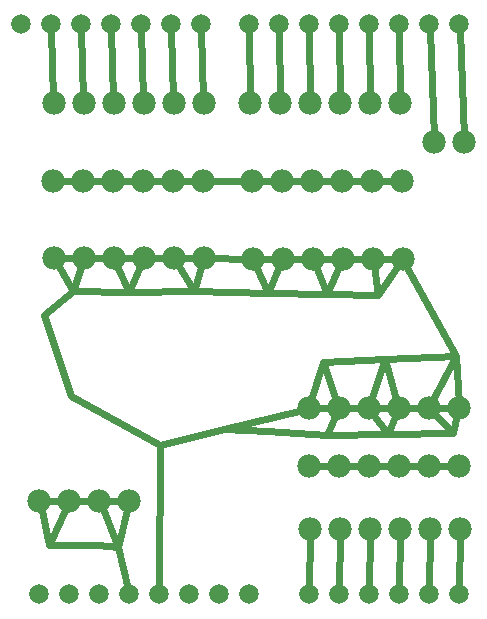
<source format=gtl>
G04 MADE WITH FRITZING*
G04 WWW.FRITZING.ORG*
G04 DOUBLE SIDED*
G04 HOLES PLATED*
G04 CONTOUR ON CENTER OF CONTOUR VECTOR*
%ASAXBY*%
%FSLAX23Y23*%
%MOIN*%
%OFA0B0*%
%SFA1.0B1.0*%
%ADD10C,0.065278*%
%ADD11C,0.078000*%
%ADD12C,0.024000*%
%ADD13R,0.001000X0.001000*%
%LNCOPPER1*%
G90*
G70*
G54D10*
X1123Y88D03*
X1223Y88D03*
X1323Y88D03*
X1423Y88D03*
X1523Y88D03*
X663Y1988D03*
X563Y1988D03*
X463Y1988D03*
X363Y1988D03*
X263Y1988D03*
X163Y1988D03*
X63Y1988D03*
X1523Y1988D03*
X1423Y1988D03*
X1323Y1988D03*
X1223Y1988D03*
X1123Y1988D03*
X1023Y1988D03*
X923Y1988D03*
X823Y1988D03*
X223Y88D03*
X123Y88D03*
X323Y88D03*
X423Y88D03*
X523Y88D03*
X623Y88D03*
X723Y88D03*
X823Y88D03*
X1023Y88D03*
G54D11*
X671Y1208D03*
X571Y1208D03*
X471Y1208D03*
X371Y1208D03*
X271Y1208D03*
X171Y1208D03*
X1334Y1205D03*
X1234Y1205D03*
X1134Y1205D03*
X1034Y1205D03*
X934Y1205D03*
X834Y1205D03*
X667Y1467D03*
X567Y1467D03*
X467Y1467D03*
X367Y1467D03*
X267Y1467D03*
X167Y1467D03*
X1332Y1467D03*
X1232Y1467D03*
X1132Y1467D03*
X1032Y1467D03*
X932Y1467D03*
X832Y1467D03*
X423Y401D03*
X323Y401D03*
X223Y401D03*
X123Y401D03*
X670Y1725D03*
X570Y1725D03*
X470Y1725D03*
X370Y1725D03*
X270Y1725D03*
X170Y1725D03*
X1326Y1725D03*
X1226Y1725D03*
X1126Y1725D03*
X1026Y1725D03*
X926Y1725D03*
X826Y1725D03*
X1520Y708D03*
X1420Y708D03*
X1320Y708D03*
X1220Y708D03*
X1120Y708D03*
X1020Y708D03*
X1523Y515D03*
X1423Y515D03*
X1323Y515D03*
X1223Y515D03*
X1123Y515D03*
X1023Y515D03*
X1526Y305D03*
X1426Y305D03*
X1326Y305D03*
X1226Y305D03*
X1126Y305D03*
X1026Y305D03*
X1539Y1595D03*
X1439Y1595D03*
G54D12*
X142Y401D02*
X204Y401D01*
D02*
X1326Y1744D02*
X1323Y1968D01*
D02*
X1226Y1744D02*
X1223Y1968D01*
D02*
X1126Y1744D02*
X1123Y1968D01*
D02*
X1026Y1744D02*
X1023Y1968D01*
D02*
X926Y1744D02*
X923Y1968D01*
D02*
X826Y1744D02*
X823Y1968D01*
D02*
X669Y1744D02*
X663Y1968D01*
D02*
X569Y1744D02*
X563Y1968D01*
D02*
X469Y1744D02*
X463Y1968D01*
D02*
X369Y1744D02*
X363Y1968D01*
D02*
X269Y1744D02*
X263Y1968D01*
D02*
X169Y1744D02*
X163Y1968D01*
D02*
X1526Y286D02*
X1523Y108D01*
D02*
X1426Y286D02*
X1423Y108D01*
D02*
X1326Y286D02*
X1323Y108D01*
D02*
X1226Y286D02*
X1223Y108D01*
D02*
X1126Y286D02*
X1123Y108D01*
D02*
X1026Y286D02*
X1023Y108D01*
D02*
X248Y1467D02*
X186Y1467D01*
D02*
X348Y1467D02*
X286Y1467D01*
D02*
X448Y1467D02*
X386Y1467D01*
D02*
X548Y1467D02*
X486Y1467D01*
D02*
X648Y1467D02*
X586Y1467D01*
D02*
X813Y1467D02*
X686Y1467D01*
D02*
X913Y1467D02*
X851Y1467D01*
D02*
X1013Y1467D02*
X951Y1467D01*
D02*
X1113Y1467D02*
X1051Y1467D01*
D02*
X1213Y1467D02*
X1151Y1467D01*
D02*
X1313Y1467D02*
X1251Y1467D01*
D02*
X1104Y515D02*
X1042Y515D01*
D02*
X1204Y515D02*
X1142Y515D01*
D02*
X1304Y515D02*
X1242Y515D01*
D02*
X1404Y515D02*
X1342Y515D01*
D02*
X1504Y515D02*
X1442Y515D01*
D02*
X525Y585D02*
X523Y108D01*
D02*
X228Y750D02*
X525Y585D01*
D02*
X138Y1019D02*
X228Y750D01*
D02*
X236Y1098D02*
X138Y1019D01*
D02*
X181Y1192D02*
X236Y1098D01*
D02*
X252Y1208D02*
X190Y1208D01*
D02*
X290Y1208D02*
X352Y1208D01*
D02*
X452Y1208D02*
X390Y1208D01*
D02*
X552Y1208D02*
X490Y1208D01*
D02*
X652Y1208D02*
X590Y1208D01*
D02*
X815Y1206D02*
X690Y1208D01*
D02*
X915Y1205D02*
X853Y1205D01*
D02*
X1015Y1205D02*
X953Y1205D01*
D02*
X1115Y1205D02*
X1053Y1205D01*
D02*
X1215Y1205D02*
X1153Y1205D01*
D02*
X1315Y1205D02*
X1253Y1205D01*
D02*
X1101Y708D02*
X1039Y708D01*
D02*
X1201Y708D02*
X1139Y708D01*
D02*
X1301Y708D02*
X1239Y708D01*
D02*
X1401Y708D02*
X1339Y708D01*
D02*
X1501Y708D02*
X1439Y708D01*
D02*
X386Y246D02*
X418Y107D01*
D02*
X419Y383D02*
X386Y246D01*
D02*
X342Y401D02*
X404Y401D01*
D02*
X242Y401D02*
X304Y401D01*
D02*
X1080Y1091D02*
X1252Y1085D01*
D02*
X884Y1094D02*
X1080Y1091D01*
D02*
X639Y1098D02*
X884Y1094D01*
D02*
X236Y1098D02*
X421Y1096D01*
D02*
X421Y1096D02*
X639Y1098D01*
D02*
X1252Y1085D02*
X1323Y1190D01*
D02*
X236Y1098D02*
X265Y1190D01*
D02*
X421Y1096D02*
X379Y1191D01*
D02*
X421Y1096D02*
X463Y1191D01*
D02*
X639Y1098D02*
X581Y1192D01*
D02*
X639Y1098D02*
X666Y1190D01*
D02*
X884Y1094D02*
X842Y1188D01*
D02*
X884Y1094D02*
X926Y1188D01*
D02*
X1080Y1091D02*
X1041Y1188D01*
D02*
X1080Y1091D02*
X1126Y1188D01*
D02*
X1252Y1085D02*
X1237Y1187D01*
D02*
X1513Y883D02*
X1343Y1189D01*
D02*
X1520Y727D02*
X1513Y883D01*
D02*
X1276Y873D02*
X1069Y864D01*
D02*
X1069Y864D02*
X1026Y727D01*
D02*
X1513Y883D02*
X1276Y873D01*
D02*
X1069Y864D02*
X1114Y727D01*
D02*
X1276Y873D02*
X1226Y726D01*
D02*
X1276Y873D02*
X1315Y727D01*
D02*
X1513Y883D02*
X1429Y725D01*
D02*
X1438Y1614D02*
X1424Y1968D01*
D02*
X1538Y1614D02*
X1524Y1968D01*
D02*
X737Y638D02*
X1002Y704D01*
D02*
X525Y585D02*
X737Y638D01*
D02*
X882Y633D02*
X1083Y619D01*
D02*
X1285Y623D02*
X1500Y627D01*
D02*
X737Y638D02*
X882Y633D01*
D02*
X1083Y619D02*
X1285Y623D01*
D02*
X1500Y627D02*
X1516Y690D01*
D02*
X1500Y627D02*
X1434Y695D01*
D02*
X1083Y619D02*
X1113Y691D01*
D02*
X1285Y623D02*
X1232Y693D01*
D02*
X1285Y623D02*
X1313Y691D01*
D02*
X318Y252D02*
X154Y254D01*
D02*
X386Y246D02*
X318Y252D01*
D02*
X154Y254D02*
X127Y383D01*
D02*
X154Y254D02*
X215Y384D01*
D02*
X386Y246D02*
X330Y384D01*
G54D13*
D02*
G04 End of Copper1*
M02*
</source>
